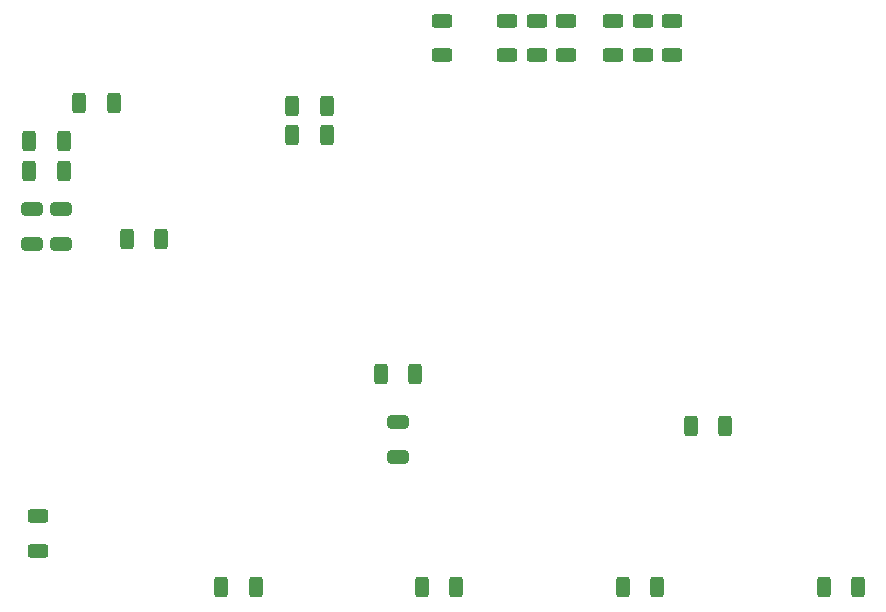
<source format=gbp>
G04 #@! TF.GenerationSoftware,KiCad,Pcbnew,9.0.2-9.0.2-0~ubuntu24.04.1*
G04 #@! TF.CreationDate,2025-06-11T14:59:59-05:00*
G04 #@! TF.ProjectId,bias-supply,62696173-2d73-4757-9070-6c792e6b6963,0.1*
G04 #@! TF.SameCoordinates,Original*
G04 #@! TF.FileFunction,Paste,Bot*
G04 #@! TF.FilePolarity,Positive*
%FSLAX46Y46*%
G04 Gerber Fmt 4.6, Leading zero omitted, Abs format (unit mm)*
G04 Created by KiCad (PCBNEW 9.0.2-9.0.2-0~ubuntu24.04.1) date 2025-06-11 14:59:59*
%MOMM*%
%LPD*%
G01*
G04 APERTURE LIST*
G04 Aperture macros list*
%AMRoundRect*
0 Rectangle with rounded corners*
0 $1 Rounding radius*
0 $2 $3 $4 $5 $6 $7 $8 $9 X,Y pos of 4 corners*
0 Add a 4 corners polygon primitive as box body*
4,1,4,$2,$3,$4,$5,$6,$7,$8,$9,$2,$3,0*
0 Add four circle primitives for the rounded corners*
1,1,$1+$1,$2,$3*
1,1,$1+$1,$4,$5*
1,1,$1+$1,$6,$7*
1,1,$1+$1,$8,$9*
0 Add four rect primitives between the rounded corners*
20,1,$1+$1,$2,$3,$4,$5,0*
20,1,$1+$1,$4,$5,$6,$7,0*
20,1,$1+$1,$6,$7,$8,$9,0*
20,1,$1+$1,$8,$9,$2,$3,0*%
G04 Aperture macros list end*
%ADD10RoundRect,0.250000X0.625000X-0.312500X0.625000X0.312500X-0.625000X0.312500X-0.625000X-0.312500X0*%
%ADD11RoundRect,0.250000X0.312500X0.625000X-0.312500X0.625000X-0.312500X-0.625000X0.312500X-0.625000X0*%
%ADD12RoundRect,0.250000X-0.650000X0.325000X-0.650000X-0.325000X0.650000X-0.325000X0.650000X0.325000X0*%
%ADD13RoundRect,0.250000X0.650000X-0.325000X0.650000X0.325000X-0.650000X0.325000X-0.650000X-0.325000X0*%
%ADD14RoundRect,0.250000X-0.625000X0.312500X-0.625000X-0.312500X0.625000X-0.312500X0.625000X0.312500X0*%
%ADD15RoundRect,0.250000X-0.312500X-0.625000X0.312500X-0.625000X0.312500X0.625000X-0.312500X0.625000X0*%
G04 APERTURE END LIST*
D10*
X20500000Y-89425002D03*
X20500000Y-86500002D03*
D11*
X55962500Y-92500000D03*
X53037500Y-92500000D03*
D12*
X20000000Y-60525000D03*
X20000000Y-63475000D03*
D11*
X22712500Y-54750000D03*
X19787500Y-54750000D03*
X30962500Y-63000000D03*
X28037500Y-63000000D03*
D12*
X22500000Y-60525000D03*
X22500000Y-63475000D03*
D13*
X51000000Y-81475000D03*
X51000000Y-78525000D03*
D10*
X74250000Y-47462500D03*
X74250000Y-44537500D03*
D14*
X71750000Y-44537500D03*
X71750000Y-47462500D03*
D11*
X44962500Y-54250000D03*
X42037500Y-54250000D03*
D14*
X62750000Y-44537500D03*
X62750000Y-47462500D03*
D11*
X44962500Y-51750000D03*
X42037500Y-51750000D03*
X22712500Y-57250000D03*
X19787500Y-57250000D03*
D14*
X65250000Y-44537500D03*
X65250000Y-47462500D03*
D11*
X89962500Y-92500000D03*
X87037500Y-92500000D03*
X72962500Y-92500000D03*
X70037500Y-92500000D03*
D14*
X69250000Y-44537500D03*
X69250000Y-47462500D03*
D15*
X75787500Y-78900000D03*
X78712500Y-78900000D03*
D14*
X60250000Y-44537500D03*
X60250000Y-47462500D03*
D15*
X24037500Y-51500000D03*
X26962500Y-51500000D03*
D14*
X54750000Y-44537500D03*
X54750000Y-47462500D03*
D11*
X52462500Y-74500000D03*
X49537500Y-74500000D03*
X38962500Y-92500000D03*
X36037500Y-92500000D03*
M02*

</source>
